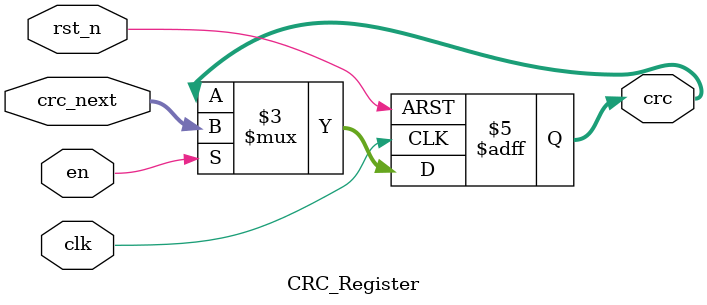
<source format=sv>
module CRC_Compress #(
    parameter POLY = 32'h04C11DB7
)(
    input wire clk,
    input wire rst_n,
    input wire valid_in,
    output wire ready_out,
    input wire [31:0] data_in,
    output wire valid_out,
    input wire ready_in,
    output wire [31:0] crc_out
);
    // 流水线阶段寄存器
    reg [31:0] data_stage1, data_stage2;
    reg valid_stage1, valid_stage2, valid_stage3;
    
    // 内部连线
    wire crc_feedback_stage1;
    wire [31:0] polynomial_value_stage1;
    wire [31:0] next_crc_stage2;
    wire [31:0] crc_stage3;
    
    // 流水线控制信号
    wire stall;
    wire stage1_ready, stage2_ready, stage3_ready;
    
    // 背压控制逻辑
    assign stall = valid_stage3 && !ready_in;
    assign stage3_ready = !stall;
    assign stage2_ready = !valid_stage3 || ready_in;
    assign stage1_ready = !valid_stage2 || stage2_ready;
    assign ready_out = !valid_stage1 || stage1_ready;
    
    // 第一阶段 - 反馈检测和多项式选择
    CRC_Feedback_Detector u_feedback_detector (
        .crc_msb(crc_out[31]),
        .data_msb(data_in[31]),
        .crc_feedback(crc_feedback_stage1)
    );
    
    CRC_Polynomial_Selector #(
        .POLY(POLY)
    ) u_polynomial_selector (
        .crc_feedback(crc_feedback_stage1),
        .polynomial_value(polynomial_value_stage1)
    );
    
    // 第一阶段流水线寄存器
    always @(posedge clk or negedge rst_n) begin
        if (!rst_n) begin
            data_stage1 <= 32'h0;
            valid_stage1 <= 1'b0;
            polynomial_value_stage2 <= 32'h0;
        end else if (stage1_ready) begin
            if (valid_in && ready_out) begin
                data_stage1 <= data_in;
                valid_stage1 <= 1'b1;
                polynomial_value_stage2 <= polynomial_value_stage1;
            end else begin
                valid_stage1 <= 1'b0;
            end
        end
    end
    
    // 第二阶段 - CRC下一个值计算
    reg [31:0] polynomial_value_stage2;
    reg [31:0] crc_current_stage2;
    
    CRC_Next_Value_Calculator u_next_value_calculator (
        .crc_current(crc_current_stage2),
        .polynomial_value(polynomial_value_stage2),
        .crc_next(next_crc_stage2)
    );
    
    // 第二阶段流水线寄存器
    always @(posedge clk or negedge rst_n) begin
        if (!rst_n) begin
            data_stage2 <= 32'h0;
            valid_stage2 <= 1'b0;
            crc_current_stage2 <= 32'h0;
        end else if (stage2_ready) begin
            if (valid_stage1) begin
                data_stage2 <= data_stage1;
                valid_stage2 <= valid_stage1;
                crc_current_stage2 <= crc_out;
            end else begin
                valid_stage2 <= 1'b0;
            end
        end
    end
    
    // 第三阶段 - CRC寄存器更新
    always @(posedge clk or negedge rst_n) begin
        if (!rst_n) begin
            valid_stage3 <= 1'b0;
        end else if (stage3_ready) begin
            if (valid_stage2) begin
                valid_stage3 <= valid_stage2;
            end else if (ready_in) begin
                valid_stage3 <= 1'b0;
            end
        end
    end
    
    // CRC寄存器
    CRC_Register u_crc_register (
        .clk(clk),
        .rst_n(rst_n),
        .en(valid_stage2 && stage2_ready),
        .crc_next(next_crc_stage2),
        .crc(crc_out)
    );
    
    // 输出赋值
    assign valid_out = valid_stage3;
    
endmodule

// 子模块：反馈检测器
module CRC_Feedback_Detector (
    input wire crc_msb,
    input wire data_msb,
    output wire crc_feedback
);
    assign crc_feedback = crc_msb ^ data_msb;
endmodule

// 子模块：多项式选择器
module CRC_Polynomial_Selector #(
    parameter POLY = 32'h04C11DB7
)(
    input wire crc_feedback,
    output wire [31:0] polynomial_value
);
    assign polynomial_value = crc_feedback ? POLY : 32'h0;
endmodule

// 子模块：CRC下一个值计算
module CRC_Next_Value_Calculator (
    input wire [31:0] crc_current,
    input wire [31:0] polynomial_value,
    output wire [31:0] crc_next
);
    assign crc_next = {crc_current[23:0], 1'b0} ^ polynomial_value;
endmodule

// 子模块：CRC寄存器
module CRC_Register (
    input wire clk,
    input wire rst_n,
    input wire en,
    input wire [31:0] crc_next,
    output reg [31:0] crc
);
    always @(posedge clk or negedge rst_n) begin
        if (!rst_n) begin
            crc <= 32'h0;
        end else if (en) begin
            crc <= crc_next;
        end
    end
endmodule
</source>
